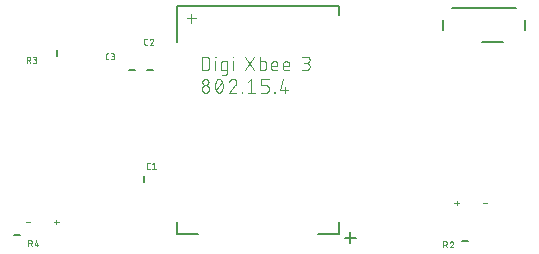
<source format=gbr>
G04 EAGLE Gerber RS-274X export*
G75*
%MOMM*%
%FSLAX34Y34*%
%LPD*%
%INSilkscreen Top*%
%IPPOS*%
%AMOC8*
5,1,8,0,0,1.08239X$1,22.5*%
G01*
%ADD10C,0.127000*%
%ADD11C,0.101600*%
%ADD12C,0.050800*%
%ADD13C,0.203200*%


D10*
X191100Y-7080D02*
X173320Y-7080D01*
X292700Y-7080D02*
X310480Y-7080D01*
X310480Y178341D02*
X310480Y185961D01*
X173320Y185961D01*
X173320Y155481D01*
X173320Y3081D02*
X173320Y-7080D01*
X310480Y-7080D02*
X310480Y3081D01*
D11*
X189237Y175772D02*
X181448Y175772D01*
X185343Y171878D02*
X185343Y179667D01*
X194148Y143543D02*
X194148Y131859D01*
X194148Y143543D02*
X197394Y143543D01*
X197507Y143541D01*
X197620Y143535D01*
X197733Y143525D01*
X197846Y143511D01*
X197958Y143494D01*
X198069Y143472D01*
X198179Y143447D01*
X198289Y143417D01*
X198397Y143384D01*
X198504Y143347D01*
X198610Y143307D01*
X198714Y143262D01*
X198817Y143214D01*
X198918Y143163D01*
X199017Y143108D01*
X199114Y143050D01*
X199209Y142988D01*
X199302Y142923D01*
X199392Y142855D01*
X199480Y142784D01*
X199566Y142709D01*
X199649Y142632D01*
X199729Y142552D01*
X199806Y142469D01*
X199881Y142383D01*
X199952Y142295D01*
X200020Y142205D01*
X200085Y142112D01*
X200147Y142017D01*
X200205Y141920D01*
X200260Y141821D01*
X200311Y141720D01*
X200359Y141617D01*
X200404Y141513D01*
X200444Y141407D01*
X200481Y141300D01*
X200514Y141192D01*
X200544Y141082D01*
X200569Y140972D01*
X200591Y140861D01*
X200608Y140749D01*
X200622Y140636D01*
X200632Y140523D01*
X200638Y140410D01*
X200640Y140297D01*
X200639Y140297D02*
X200639Y135104D01*
X200640Y135104D02*
X200638Y134991D01*
X200632Y134878D01*
X200622Y134765D01*
X200608Y134652D01*
X200591Y134540D01*
X200569Y134429D01*
X200544Y134319D01*
X200514Y134209D01*
X200481Y134101D01*
X200444Y133994D01*
X200404Y133888D01*
X200359Y133784D01*
X200311Y133681D01*
X200260Y133580D01*
X200205Y133481D01*
X200147Y133384D01*
X200085Y133289D01*
X200020Y133196D01*
X199952Y133106D01*
X199881Y133018D01*
X199806Y132932D01*
X199729Y132849D01*
X199649Y132769D01*
X199566Y132692D01*
X199480Y132617D01*
X199392Y132546D01*
X199302Y132478D01*
X199209Y132413D01*
X199114Y132351D01*
X199017Y132293D01*
X198918Y132238D01*
X198817Y132187D01*
X198714Y132139D01*
X198610Y132094D01*
X198504Y132054D01*
X198397Y132017D01*
X198289Y131984D01*
X198179Y131954D01*
X198069Y131929D01*
X197958Y131907D01*
X197846Y131890D01*
X197733Y131876D01*
X197620Y131866D01*
X197507Y131860D01*
X197394Y131858D01*
X197394Y131859D02*
X194148Y131859D01*
X205776Y131859D02*
X205776Y139648D01*
X205451Y142893D02*
X205451Y143543D01*
X206100Y143543D01*
X206100Y142893D01*
X205451Y142893D01*
X212306Y131859D02*
X215552Y131859D01*
X212306Y131859D02*
X212219Y131861D01*
X212131Y131867D01*
X212045Y131877D01*
X211958Y131890D01*
X211873Y131908D01*
X211788Y131929D01*
X211704Y131954D01*
X211622Y131983D01*
X211541Y132016D01*
X211461Y132052D01*
X211383Y132091D01*
X211307Y132135D01*
X211233Y132181D01*
X211162Y132231D01*
X211092Y132284D01*
X211025Y132340D01*
X210961Y132399D01*
X210899Y132461D01*
X210840Y132525D01*
X210784Y132592D01*
X210731Y132662D01*
X210681Y132733D01*
X210635Y132807D01*
X210591Y132883D01*
X210552Y132961D01*
X210516Y133041D01*
X210483Y133122D01*
X210454Y133204D01*
X210429Y133288D01*
X210408Y133373D01*
X210390Y133458D01*
X210377Y133545D01*
X210367Y133631D01*
X210361Y133719D01*
X210359Y133806D01*
X210359Y137701D01*
X210361Y137788D01*
X210367Y137876D01*
X210377Y137962D01*
X210390Y138049D01*
X210408Y138134D01*
X210429Y138219D01*
X210454Y138303D01*
X210483Y138385D01*
X210516Y138466D01*
X210552Y138546D01*
X210591Y138624D01*
X210635Y138700D01*
X210681Y138774D01*
X210731Y138845D01*
X210784Y138915D01*
X210840Y138982D01*
X210899Y139046D01*
X210961Y139108D01*
X211025Y139167D01*
X211092Y139223D01*
X211162Y139276D01*
X211233Y139326D01*
X211307Y139372D01*
X211383Y139416D01*
X211461Y139455D01*
X211541Y139491D01*
X211622Y139524D01*
X211704Y139553D01*
X211788Y139578D01*
X211873Y139599D01*
X211958Y139617D01*
X212045Y139630D01*
X212131Y139640D01*
X212219Y139646D01*
X212306Y139648D01*
X215552Y139648D01*
X215552Y129911D01*
X215550Y129824D01*
X215544Y129736D01*
X215534Y129650D01*
X215521Y129563D01*
X215503Y129478D01*
X215482Y129393D01*
X215457Y129309D01*
X215428Y129227D01*
X215395Y129146D01*
X215359Y129066D01*
X215320Y128988D01*
X215276Y128912D01*
X215230Y128838D01*
X215180Y128767D01*
X215127Y128697D01*
X215071Y128630D01*
X215012Y128566D01*
X214951Y128504D01*
X214886Y128445D01*
X214819Y128389D01*
X214749Y128336D01*
X214678Y128286D01*
X214604Y128240D01*
X214528Y128196D01*
X214450Y128157D01*
X214370Y128121D01*
X214289Y128088D01*
X214207Y128059D01*
X214123Y128034D01*
X214038Y128013D01*
X213953Y127995D01*
X213866Y127982D01*
X213780Y127972D01*
X213692Y127966D01*
X213605Y127964D01*
X211008Y127964D01*
X220634Y131859D02*
X220634Y139648D01*
X220310Y142893D02*
X220310Y143543D01*
X220959Y143543D01*
X220959Y142893D01*
X220310Y142893D01*
X230837Y131859D02*
X238626Y143543D01*
X230837Y143543D02*
X238626Y131859D01*
X243243Y131859D02*
X243243Y143543D01*
X243243Y131859D02*
X246488Y131859D01*
X246575Y131861D01*
X246663Y131867D01*
X246749Y131877D01*
X246836Y131890D01*
X246921Y131908D01*
X247006Y131929D01*
X247090Y131954D01*
X247172Y131983D01*
X247253Y132016D01*
X247333Y132052D01*
X247411Y132091D01*
X247487Y132135D01*
X247561Y132181D01*
X247632Y132231D01*
X247702Y132284D01*
X247769Y132340D01*
X247833Y132399D01*
X247895Y132460D01*
X247954Y132525D01*
X248010Y132592D01*
X248063Y132662D01*
X248113Y132733D01*
X248159Y132807D01*
X248203Y132883D01*
X248242Y132961D01*
X248278Y133041D01*
X248311Y133122D01*
X248340Y133204D01*
X248365Y133288D01*
X248386Y133373D01*
X248404Y133458D01*
X248417Y133545D01*
X248427Y133631D01*
X248433Y133719D01*
X248435Y133806D01*
X248436Y133806D02*
X248436Y137701D01*
X248435Y137701D02*
X248433Y137788D01*
X248427Y137876D01*
X248417Y137962D01*
X248404Y138049D01*
X248386Y138134D01*
X248365Y138219D01*
X248340Y138303D01*
X248311Y138385D01*
X248278Y138466D01*
X248242Y138546D01*
X248203Y138624D01*
X248159Y138700D01*
X248113Y138774D01*
X248063Y138845D01*
X248010Y138915D01*
X247954Y138982D01*
X247895Y139046D01*
X247833Y139108D01*
X247769Y139167D01*
X247702Y139223D01*
X247632Y139276D01*
X247561Y139326D01*
X247487Y139372D01*
X247411Y139416D01*
X247333Y139455D01*
X247253Y139491D01*
X247172Y139524D01*
X247090Y139553D01*
X247006Y139578D01*
X246921Y139599D01*
X246836Y139617D01*
X246749Y139630D01*
X246663Y139640D01*
X246575Y139646D01*
X246488Y139648D01*
X243243Y139648D01*
X255037Y131859D02*
X258283Y131859D01*
X255037Y131859D02*
X254950Y131861D01*
X254862Y131867D01*
X254776Y131877D01*
X254689Y131890D01*
X254604Y131908D01*
X254519Y131929D01*
X254435Y131954D01*
X254353Y131983D01*
X254272Y132016D01*
X254192Y132052D01*
X254114Y132091D01*
X254038Y132135D01*
X253964Y132181D01*
X253893Y132231D01*
X253823Y132284D01*
X253756Y132340D01*
X253692Y132399D01*
X253630Y132461D01*
X253571Y132525D01*
X253515Y132592D01*
X253462Y132662D01*
X253412Y132733D01*
X253366Y132807D01*
X253322Y132883D01*
X253283Y132961D01*
X253247Y133041D01*
X253214Y133122D01*
X253185Y133204D01*
X253160Y133288D01*
X253139Y133373D01*
X253121Y133458D01*
X253108Y133545D01*
X253098Y133631D01*
X253092Y133719D01*
X253090Y133806D01*
X253090Y137051D01*
X253092Y137152D01*
X253098Y137252D01*
X253108Y137352D01*
X253121Y137452D01*
X253139Y137551D01*
X253160Y137650D01*
X253185Y137747D01*
X253214Y137844D01*
X253247Y137939D01*
X253283Y138033D01*
X253323Y138125D01*
X253366Y138216D01*
X253413Y138305D01*
X253463Y138392D01*
X253517Y138478D01*
X253574Y138561D01*
X253634Y138641D01*
X253697Y138720D01*
X253764Y138796D01*
X253833Y138869D01*
X253905Y138939D01*
X253979Y139007D01*
X254056Y139072D01*
X254136Y139133D01*
X254218Y139192D01*
X254302Y139247D01*
X254388Y139299D01*
X254476Y139348D01*
X254566Y139393D01*
X254658Y139435D01*
X254751Y139473D01*
X254846Y139507D01*
X254941Y139538D01*
X255038Y139565D01*
X255136Y139588D01*
X255235Y139608D01*
X255335Y139623D01*
X255435Y139635D01*
X255535Y139643D01*
X255636Y139647D01*
X255736Y139647D01*
X255837Y139643D01*
X255937Y139635D01*
X256037Y139623D01*
X256137Y139608D01*
X256236Y139588D01*
X256334Y139565D01*
X256431Y139538D01*
X256526Y139507D01*
X256621Y139473D01*
X256714Y139435D01*
X256806Y139393D01*
X256896Y139348D01*
X256984Y139299D01*
X257070Y139247D01*
X257154Y139192D01*
X257236Y139133D01*
X257316Y139072D01*
X257393Y139007D01*
X257467Y138939D01*
X257539Y138869D01*
X257608Y138796D01*
X257675Y138720D01*
X257738Y138641D01*
X257798Y138561D01*
X257855Y138478D01*
X257909Y138392D01*
X257959Y138305D01*
X258006Y138216D01*
X258049Y138125D01*
X258089Y138033D01*
X258125Y137939D01*
X258158Y137844D01*
X258187Y137747D01*
X258212Y137650D01*
X258233Y137551D01*
X258251Y137452D01*
X258264Y137352D01*
X258274Y137252D01*
X258280Y137152D01*
X258282Y137051D01*
X258283Y137051D02*
X258283Y135753D01*
X253090Y135753D01*
X264943Y131859D02*
X268189Y131859D01*
X264943Y131859D02*
X264856Y131861D01*
X264768Y131867D01*
X264682Y131877D01*
X264595Y131890D01*
X264510Y131908D01*
X264425Y131929D01*
X264341Y131954D01*
X264259Y131983D01*
X264178Y132016D01*
X264098Y132052D01*
X264020Y132091D01*
X263944Y132135D01*
X263870Y132181D01*
X263799Y132231D01*
X263729Y132284D01*
X263662Y132340D01*
X263598Y132399D01*
X263536Y132461D01*
X263477Y132525D01*
X263421Y132592D01*
X263368Y132662D01*
X263318Y132733D01*
X263272Y132807D01*
X263228Y132883D01*
X263189Y132961D01*
X263153Y133041D01*
X263120Y133122D01*
X263091Y133204D01*
X263066Y133288D01*
X263045Y133373D01*
X263027Y133458D01*
X263014Y133545D01*
X263004Y133631D01*
X262998Y133719D01*
X262996Y133806D01*
X262996Y137051D01*
X262998Y137152D01*
X263004Y137252D01*
X263014Y137352D01*
X263027Y137452D01*
X263045Y137551D01*
X263066Y137650D01*
X263091Y137747D01*
X263120Y137844D01*
X263153Y137939D01*
X263189Y138033D01*
X263229Y138125D01*
X263272Y138216D01*
X263319Y138305D01*
X263369Y138392D01*
X263423Y138478D01*
X263480Y138561D01*
X263540Y138641D01*
X263603Y138720D01*
X263670Y138796D01*
X263739Y138869D01*
X263811Y138939D01*
X263885Y139007D01*
X263962Y139072D01*
X264042Y139133D01*
X264124Y139192D01*
X264208Y139247D01*
X264294Y139299D01*
X264382Y139348D01*
X264472Y139393D01*
X264564Y139435D01*
X264657Y139473D01*
X264752Y139507D01*
X264847Y139538D01*
X264944Y139565D01*
X265042Y139588D01*
X265141Y139608D01*
X265241Y139623D01*
X265341Y139635D01*
X265441Y139643D01*
X265542Y139647D01*
X265642Y139647D01*
X265743Y139643D01*
X265843Y139635D01*
X265943Y139623D01*
X266043Y139608D01*
X266142Y139588D01*
X266240Y139565D01*
X266337Y139538D01*
X266432Y139507D01*
X266527Y139473D01*
X266620Y139435D01*
X266712Y139393D01*
X266802Y139348D01*
X266890Y139299D01*
X266976Y139247D01*
X267060Y139192D01*
X267142Y139133D01*
X267222Y139072D01*
X267299Y139007D01*
X267373Y138939D01*
X267445Y138869D01*
X267514Y138796D01*
X267581Y138720D01*
X267644Y138641D01*
X267704Y138561D01*
X267761Y138478D01*
X267815Y138392D01*
X267865Y138305D01*
X267912Y138216D01*
X267955Y138125D01*
X267995Y138033D01*
X268031Y137939D01*
X268064Y137844D01*
X268093Y137747D01*
X268118Y137650D01*
X268139Y137551D01*
X268157Y137452D01*
X268170Y137352D01*
X268180Y137252D01*
X268186Y137152D01*
X268188Y137051D01*
X268189Y137051D02*
X268189Y135753D01*
X262996Y135753D01*
X279111Y131859D02*
X282356Y131859D01*
X282356Y131858D02*
X282469Y131860D01*
X282582Y131866D01*
X282695Y131876D01*
X282808Y131890D01*
X282920Y131907D01*
X283031Y131929D01*
X283141Y131954D01*
X283251Y131984D01*
X283359Y132017D01*
X283466Y132054D01*
X283572Y132094D01*
X283676Y132139D01*
X283779Y132187D01*
X283880Y132238D01*
X283979Y132293D01*
X284076Y132351D01*
X284171Y132413D01*
X284264Y132478D01*
X284354Y132546D01*
X284442Y132617D01*
X284528Y132692D01*
X284611Y132769D01*
X284691Y132849D01*
X284768Y132932D01*
X284843Y133018D01*
X284914Y133106D01*
X284982Y133196D01*
X285047Y133289D01*
X285109Y133384D01*
X285167Y133481D01*
X285222Y133580D01*
X285273Y133681D01*
X285321Y133784D01*
X285366Y133888D01*
X285406Y133994D01*
X285443Y134101D01*
X285476Y134209D01*
X285506Y134319D01*
X285531Y134429D01*
X285553Y134540D01*
X285570Y134652D01*
X285584Y134765D01*
X285594Y134878D01*
X285600Y134991D01*
X285602Y135104D01*
X285600Y135217D01*
X285594Y135330D01*
X285584Y135443D01*
X285570Y135556D01*
X285553Y135668D01*
X285531Y135779D01*
X285506Y135889D01*
X285476Y135999D01*
X285443Y136107D01*
X285406Y136214D01*
X285366Y136320D01*
X285321Y136424D01*
X285273Y136527D01*
X285222Y136628D01*
X285167Y136727D01*
X285109Y136824D01*
X285047Y136919D01*
X284982Y137012D01*
X284914Y137102D01*
X284843Y137190D01*
X284768Y137276D01*
X284691Y137359D01*
X284611Y137439D01*
X284528Y137516D01*
X284442Y137591D01*
X284354Y137662D01*
X284264Y137730D01*
X284171Y137795D01*
X284076Y137857D01*
X283979Y137915D01*
X283880Y137970D01*
X283779Y138021D01*
X283676Y138069D01*
X283572Y138114D01*
X283466Y138154D01*
X283359Y138191D01*
X283251Y138224D01*
X283141Y138254D01*
X283031Y138279D01*
X282920Y138301D01*
X282808Y138318D01*
X282695Y138332D01*
X282582Y138342D01*
X282469Y138348D01*
X282356Y138350D01*
X283006Y143543D02*
X279111Y143543D01*
X283006Y143542D02*
X283107Y143540D01*
X283207Y143534D01*
X283307Y143524D01*
X283407Y143511D01*
X283506Y143493D01*
X283605Y143472D01*
X283702Y143447D01*
X283799Y143418D01*
X283894Y143385D01*
X283988Y143349D01*
X284080Y143309D01*
X284171Y143266D01*
X284260Y143219D01*
X284347Y143169D01*
X284433Y143115D01*
X284516Y143058D01*
X284596Y142998D01*
X284675Y142935D01*
X284751Y142868D01*
X284824Y142799D01*
X284894Y142727D01*
X284962Y142653D01*
X285027Y142576D01*
X285088Y142496D01*
X285147Y142414D01*
X285202Y142330D01*
X285254Y142244D01*
X285303Y142156D01*
X285348Y142066D01*
X285390Y141974D01*
X285428Y141881D01*
X285462Y141786D01*
X285493Y141691D01*
X285520Y141594D01*
X285543Y141496D01*
X285563Y141397D01*
X285578Y141297D01*
X285590Y141197D01*
X285598Y141097D01*
X285602Y140996D01*
X285602Y140896D01*
X285598Y140795D01*
X285590Y140695D01*
X285578Y140595D01*
X285563Y140495D01*
X285543Y140396D01*
X285520Y140298D01*
X285493Y140201D01*
X285462Y140106D01*
X285428Y140011D01*
X285390Y139918D01*
X285348Y139826D01*
X285303Y139736D01*
X285254Y139648D01*
X285202Y139562D01*
X285147Y139478D01*
X285088Y139396D01*
X285027Y139316D01*
X284962Y139239D01*
X284894Y139165D01*
X284824Y139093D01*
X284751Y139024D01*
X284675Y138957D01*
X284596Y138894D01*
X284516Y138834D01*
X284433Y138777D01*
X284347Y138723D01*
X284260Y138673D01*
X284171Y138626D01*
X284080Y138583D01*
X283988Y138543D01*
X283894Y138507D01*
X283799Y138474D01*
X283702Y138445D01*
X283605Y138420D01*
X283506Y138399D01*
X283407Y138381D01*
X283307Y138368D01*
X283207Y138358D01*
X283107Y138352D01*
X283006Y138350D01*
X280409Y138350D01*
X200640Y116054D02*
X200638Y116167D01*
X200632Y116280D01*
X200622Y116393D01*
X200608Y116506D01*
X200591Y116618D01*
X200569Y116729D01*
X200544Y116839D01*
X200514Y116949D01*
X200481Y117057D01*
X200444Y117164D01*
X200404Y117270D01*
X200359Y117374D01*
X200311Y117477D01*
X200260Y117578D01*
X200205Y117677D01*
X200147Y117774D01*
X200085Y117869D01*
X200020Y117962D01*
X199952Y118052D01*
X199881Y118140D01*
X199806Y118226D01*
X199729Y118309D01*
X199649Y118389D01*
X199566Y118466D01*
X199480Y118541D01*
X199392Y118612D01*
X199302Y118680D01*
X199209Y118745D01*
X199114Y118807D01*
X199017Y118865D01*
X198918Y118920D01*
X198817Y118971D01*
X198714Y119019D01*
X198610Y119064D01*
X198504Y119104D01*
X198397Y119141D01*
X198289Y119174D01*
X198179Y119204D01*
X198069Y119229D01*
X197958Y119251D01*
X197846Y119268D01*
X197733Y119282D01*
X197620Y119292D01*
X197507Y119298D01*
X197394Y119300D01*
X197281Y119298D01*
X197168Y119292D01*
X197055Y119282D01*
X196942Y119268D01*
X196830Y119251D01*
X196719Y119229D01*
X196609Y119204D01*
X196499Y119174D01*
X196391Y119141D01*
X196284Y119104D01*
X196178Y119064D01*
X196074Y119019D01*
X195971Y118971D01*
X195870Y118920D01*
X195771Y118865D01*
X195674Y118807D01*
X195579Y118745D01*
X195486Y118680D01*
X195396Y118612D01*
X195308Y118541D01*
X195222Y118466D01*
X195139Y118389D01*
X195059Y118309D01*
X194982Y118226D01*
X194907Y118140D01*
X194836Y118052D01*
X194768Y117962D01*
X194703Y117869D01*
X194641Y117774D01*
X194583Y117677D01*
X194528Y117578D01*
X194477Y117477D01*
X194429Y117374D01*
X194384Y117270D01*
X194344Y117164D01*
X194307Y117057D01*
X194274Y116949D01*
X194244Y116839D01*
X194219Y116729D01*
X194197Y116618D01*
X194180Y116506D01*
X194166Y116393D01*
X194156Y116280D01*
X194150Y116167D01*
X194148Y116054D01*
X194150Y115941D01*
X194156Y115828D01*
X194166Y115715D01*
X194180Y115602D01*
X194197Y115490D01*
X194219Y115379D01*
X194244Y115269D01*
X194274Y115159D01*
X194307Y115051D01*
X194344Y114944D01*
X194384Y114838D01*
X194429Y114734D01*
X194477Y114631D01*
X194528Y114530D01*
X194583Y114431D01*
X194641Y114334D01*
X194703Y114239D01*
X194768Y114146D01*
X194836Y114056D01*
X194907Y113968D01*
X194982Y113882D01*
X195059Y113799D01*
X195139Y113719D01*
X195222Y113642D01*
X195308Y113567D01*
X195396Y113496D01*
X195486Y113428D01*
X195579Y113363D01*
X195674Y113301D01*
X195771Y113243D01*
X195870Y113188D01*
X195971Y113137D01*
X196074Y113089D01*
X196178Y113044D01*
X196284Y113004D01*
X196391Y112967D01*
X196499Y112934D01*
X196609Y112904D01*
X196719Y112879D01*
X196830Y112857D01*
X196942Y112840D01*
X197055Y112826D01*
X197168Y112816D01*
X197281Y112810D01*
X197394Y112808D01*
X197507Y112810D01*
X197620Y112816D01*
X197733Y112826D01*
X197846Y112840D01*
X197958Y112857D01*
X198069Y112879D01*
X198179Y112904D01*
X198289Y112934D01*
X198397Y112967D01*
X198504Y113004D01*
X198610Y113044D01*
X198714Y113089D01*
X198817Y113137D01*
X198918Y113188D01*
X199017Y113243D01*
X199114Y113301D01*
X199209Y113363D01*
X199302Y113428D01*
X199392Y113496D01*
X199480Y113567D01*
X199566Y113642D01*
X199649Y113719D01*
X199729Y113799D01*
X199806Y113882D01*
X199881Y113968D01*
X199952Y114056D01*
X200020Y114146D01*
X200085Y114239D01*
X200147Y114334D01*
X200205Y114431D01*
X200260Y114530D01*
X200311Y114631D01*
X200359Y114734D01*
X200404Y114838D01*
X200444Y114944D01*
X200481Y115051D01*
X200514Y115159D01*
X200544Y115269D01*
X200569Y115379D01*
X200591Y115490D01*
X200608Y115602D01*
X200622Y115715D01*
X200632Y115828D01*
X200638Y115941D01*
X200640Y116054D01*
X199990Y121896D02*
X199988Y121997D01*
X199982Y122097D01*
X199972Y122197D01*
X199959Y122297D01*
X199941Y122396D01*
X199920Y122495D01*
X199895Y122592D01*
X199866Y122689D01*
X199833Y122784D01*
X199797Y122878D01*
X199757Y122970D01*
X199714Y123061D01*
X199667Y123150D01*
X199617Y123237D01*
X199563Y123323D01*
X199506Y123406D01*
X199446Y123486D01*
X199383Y123565D01*
X199316Y123641D01*
X199247Y123714D01*
X199175Y123784D01*
X199101Y123852D01*
X199024Y123917D01*
X198944Y123978D01*
X198862Y124037D01*
X198778Y124092D01*
X198692Y124144D01*
X198604Y124193D01*
X198514Y124238D01*
X198422Y124280D01*
X198329Y124318D01*
X198234Y124352D01*
X198139Y124383D01*
X198042Y124410D01*
X197944Y124433D01*
X197845Y124453D01*
X197745Y124468D01*
X197645Y124480D01*
X197545Y124488D01*
X197444Y124492D01*
X197344Y124492D01*
X197243Y124488D01*
X197143Y124480D01*
X197043Y124468D01*
X196943Y124453D01*
X196844Y124433D01*
X196746Y124410D01*
X196649Y124383D01*
X196554Y124352D01*
X196459Y124318D01*
X196366Y124280D01*
X196274Y124238D01*
X196184Y124193D01*
X196096Y124144D01*
X196010Y124092D01*
X195926Y124037D01*
X195844Y123978D01*
X195764Y123917D01*
X195687Y123852D01*
X195613Y123784D01*
X195541Y123714D01*
X195472Y123641D01*
X195405Y123565D01*
X195342Y123486D01*
X195282Y123406D01*
X195225Y123323D01*
X195171Y123237D01*
X195121Y123150D01*
X195074Y123061D01*
X195031Y122970D01*
X194991Y122878D01*
X194955Y122784D01*
X194922Y122689D01*
X194893Y122592D01*
X194868Y122495D01*
X194847Y122396D01*
X194829Y122297D01*
X194816Y122197D01*
X194806Y122097D01*
X194800Y121997D01*
X194798Y121896D01*
X194800Y121795D01*
X194806Y121695D01*
X194816Y121595D01*
X194829Y121495D01*
X194847Y121396D01*
X194868Y121297D01*
X194893Y121200D01*
X194922Y121103D01*
X194955Y121008D01*
X194991Y120914D01*
X195031Y120822D01*
X195074Y120731D01*
X195121Y120642D01*
X195171Y120555D01*
X195225Y120469D01*
X195282Y120386D01*
X195342Y120306D01*
X195405Y120227D01*
X195472Y120151D01*
X195541Y120078D01*
X195613Y120008D01*
X195687Y119940D01*
X195764Y119875D01*
X195844Y119814D01*
X195926Y119755D01*
X196010Y119700D01*
X196096Y119648D01*
X196184Y119599D01*
X196274Y119554D01*
X196366Y119512D01*
X196459Y119474D01*
X196554Y119440D01*
X196649Y119409D01*
X196746Y119382D01*
X196844Y119359D01*
X196943Y119339D01*
X197043Y119324D01*
X197143Y119312D01*
X197243Y119304D01*
X197344Y119300D01*
X197444Y119300D01*
X197545Y119304D01*
X197645Y119312D01*
X197745Y119324D01*
X197845Y119339D01*
X197944Y119359D01*
X198042Y119382D01*
X198139Y119409D01*
X198234Y119440D01*
X198329Y119474D01*
X198422Y119512D01*
X198514Y119554D01*
X198604Y119599D01*
X198692Y119648D01*
X198778Y119700D01*
X198862Y119755D01*
X198944Y119814D01*
X199024Y119875D01*
X199101Y119940D01*
X199175Y120008D01*
X199247Y120078D01*
X199316Y120151D01*
X199383Y120227D01*
X199446Y120306D01*
X199506Y120386D01*
X199563Y120469D01*
X199617Y120555D01*
X199667Y120642D01*
X199714Y120731D01*
X199757Y120822D01*
X199797Y120914D01*
X199833Y121008D01*
X199866Y121103D01*
X199895Y121200D01*
X199920Y121297D01*
X199941Y121396D01*
X199959Y121495D01*
X199972Y121595D01*
X199982Y121695D01*
X199988Y121795D01*
X199990Y121896D01*
X205578Y118651D02*
X205581Y118881D01*
X205589Y119111D01*
X205603Y119340D01*
X205622Y119569D01*
X205647Y119798D01*
X205677Y120025D01*
X205712Y120253D01*
X205753Y120479D01*
X205799Y120704D01*
X205851Y120928D01*
X205908Y121150D01*
X205970Y121372D01*
X206038Y121591D01*
X206111Y121809D01*
X206189Y122026D01*
X206272Y122240D01*
X206360Y122452D01*
X206453Y122662D01*
X206552Y122870D01*
X206585Y122960D01*
X206621Y123049D01*
X206661Y123137D01*
X206705Y123222D01*
X206752Y123306D01*
X206802Y123388D01*
X206856Y123468D01*
X206912Y123545D01*
X206972Y123621D01*
X207035Y123694D01*
X207100Y123764D01*
X207169Y123832D01*
X207240Y123896D01*
X207313Y123958D01*
X207389Y124017D01*
X207467Y124073D01*
X207548Y124126D01*
X207630Y124175D01*
X207714Y124221D01*
X207801Y124264D01*
X207888Y124303D01*
X207978Y124339D01*
X208068Y124371D01*
X208160Y124399D01*
X208253Y124424D01*
X208347Y124445D01*
X208441Y124462D01*
X208536Y124476D01*
X208632Y124485D01*
X208728Y124491D01*
X208824Y124493D01*
X208920Y124491D01*
X209016Y124485D01*
X209112Y124476D01*
X209207Y124462D01*
X209301Y124445D01*
X209395Y124424D01*
X209488Y124399D01*
X209580Y124371D01*
X209670Y124339D01*
X209760Y124303D01*
X209847Y124264D01*
X209934Y124221D01*
X210018Y124175D01*
X210100Y124126D01*
X210181Y124073D01*
X210259Y124017D01*
X210335Y123958D01*
X210408Y123896D01*
X210479Y123832D01*
X210548Y123764D01*
X210613Y123694D01*
X210676Y123621D01*
X210736Y123545D01*
X210792Y123468D01*
X210846Y123388D01*
X210896Y123306D01*
X210943Y123222D01*
X210987Y123137D01*
X211027Y123049D01*
X211063Y122960D01*
X211096Y122870D01*
X211195Y122663D01*
X211288Y122453D01*
X211376Y122240D01*
X211459Y122026D01*
X211537Y121810D01*
X211610Y121592D01*
X211678Y121372D01*
X211740Y121151D01*
X211797Y120928D01*
X211849Y120704D01*
X211895Y120479D01*
X211936Y120253D01*
X211971Y120026D01*
X212001Y119798D01*
X212026Y119569D01*
X212045Y119340D01*
X212059Y119111D01*
X212067Y118881D01*
X212070Y118651D01*
X205578Y118651D02*
X205581Y118421D01*
X205589Y118191D01*
X205603Y117962D01*
X205622Y117733D01*
X205647Y117504D01*
X205677Y117276D01*
X205712Y117049D01*
X205753Y116823D01*
X205799Y116598D01*
X205851Y116374D01*
X205908Y116151D01*
X205970Y115930D01*
X206038Y115710D01*
X206111Y115492D01*
X206189Y115276D01*
X206272Y115062D01*
X206360Y114850D01*
X206453Y114639D01*
X206552Y114432D01*
X206552Y114431D02*
X206585Y114341D01*
X206621Y114252D01*
X206662Y114164D01*
X206705Y114079D01*
X206752Y113995D01*
X206802Y113913D01*
X206856Y113833D01*
X206912Y113756D01*
X206972Y113680D01*
X207035Y113607D01*
X207100Y113537D01*
X207169Y113469D01*
X207240Y113405D01*
X207313Y113343D01*
X207389Y113284D01*
X207467Y113228D01*
X207548Y113175D01*
X207630Y113126D01*
X207714Y113080D01*
X207801Y113037D01*
X207888Y112998D01*
X207978Y112962D01*
X208068Y112930D01*
X208160Y112902D01*
X208253Y112877D01*
X208347Y112856D01*
X208441Y112839D01*
X208536Y112825D01*
X208632Y112816D01*
X208728Y112810D01*
X208824Y112808D01*
X211095Y114432D02*
X211194Y114639D01*
X211287Y114850D01*
X211375Y115062D01*
X211458Y115276D01*
X211536Y115492D01*
X211609Y115710D01*
X211677Y115930D01*
X211739Y116151D01*
X211796Y116374D01*
X211848Y116598D01*
X211894Y116823D01*
X211935Y117049D01*
X211970Y117276D01*
X212000Y117504D01*
X212025Y117733D01*
X212044Y117962D01*
X212058Y118191D01*
X212066Y118421D01*
X212069Y118651D01*
X211096Y114431D02*
X211063Y114341D01*
X211027Y114252D01*
X210987Y114164D01*
X210943Y114079D01*
X210896Y113995D01*
X210846Y113913D01*
X210792Y113833D01*
X210736Y113756D01*
X210676Y113680D01*
X210613Y113607D01*
X210548Y113537D01*
X210479Y113469D01*
X210408Y113405D01*
X210335Y113343D01*
X210259Y113284D01*
X210181Y113228D01*
X210100Y113175D01*
X210018Y113126D01*
X209934Y113080D01*
X209847Y113037D01*
X209760Y112998D01*
X209670Y112962D01*
X209580Y112930D01*
X209488Y112902D01*
X209395Y112877D01*
X209301Y112856D01*
X209207Y112839D01*
X209112Y112825D01*
X209016Y112816D01*
X208920Y112810D01*
X208824Y112808D01*
X206227Y115405D02*
X211420Y121896D01*
X220578Y124493D02*
X220685Y124491D01*
X220791Y124485D01*
X220897Y124475D01*
X221003Y124462D01*
X221109Y124444D01*
X221213Y124423D01*
X221317Y124398D01*
X221420Y124369D01*
X221521Y124337D01*
X221621Y124300D01*
X221720Y124260D01*
X221818Y124217D01*
X221914Y124170D01*
X222008Y124119D01*
X222100Y124065D01*
X222190Y124008D01*
X222278Y123948D01*
X222363Y123884D01*
X222446Y123817D01*
X222527Y123747D01*
X222605Y123675D01*
X222681Y123599D01*
X222753Y123521D01*
X222823Y123440D01*
X222890Y123357D01*
X222954Y123272D01*
X223014Y123184D01*
X223071Y123094D01*
X223125Y123002D01*
X223176Y122908D01*
X223223Y122812D01*
X223266Y122714D01*
X223306Y122615D01*
X223343Y122515D01*
X223375Y122414D01*
X223404Y122311D01*
X223429Y122207D01*
X223450Y122103D01*
X223468Y121997D01*
X223481Y121891D01*
X223491Y121785D01*
X223497Y121679D01*
X223499Y121572D01*
X220578Y124493D02*
X220457Y124491D01*
X220336Y124485D01*
X220216Y124475D01*
X220095Y124462D01*
X219976Y124444D01*
X219856Y124423D01*
X219738Y124398D01*
X219621Y124369D01*
X219504Y124336D01*
X219389Y124300D01*
X219275Y124259D01*
X219162Y124216D01*
X219050Y124168D01*
X218941Y124117D01*
X218833Y124062D01*
X218726Y124004D01*
X218622Y123943D01*
X218520Y123878D01*
X218420Y123810D01*
X218322Y123739D01*
X218226Y123665D01*
X218133Y123588D01*
X218043Y123507D01*
X217955Y123424D01*
X217870Y123338D01*
X217787Y123249D01*
X217708Y123158D01*
X217631Y123064D01*
X217558Y122968D01*
X217488Y122870D01*
X217421Y122769D01*
X217357Y122666D01*
X217297Y122561D01*
X217240Y122454D01*
X217186Y122346D01*
X217136Y122236D01*
X217090Y122124D01*
X217047Y122011D01*
X217008Y121896D01*
X222526Y119300D02*
X222605Y119377D01*
X222681Y119458D01*
X222754Y119541D01*
X222824Y119626D01*
X222891Y119714D01*
X222955Y119804D01*
X223015Y119896D01*
X223072Y119991D01*
X223126Y120087D01*
X223177Y120185D01*
X223224Y120285D01*
X223268Y120387D01*
X223308Y120490D01*
X223344Y120594D01*
X223376Y120700D01*
X223405Y120806D01*
X223430Y120914D01*
X223452Y121022D01*
X223469Y121132D01*
X223483Y121241D01*
X223492Y121351D01*
X223498Y121462D01*
X223500Y121572D01*
X222525Y119300D02*
X217008Y112809D01*
X223499Y112809D01*
X227930Y112809D02*
X227930Y113458D01*
X228579Y113458D01*
X228579Y112809D01*
X227930Y112809D01*
X233010Y121896D02*
X236255Y124493D01*
X236255Y112809D01*
X233010Y112809D02*
X239501Y112809D01*
X244440Y112809D02*
X248335Y112809D01*
X248434Y112811D01*
X248534Y112817D01*
X248633Y112826D01*
X248731Y112839D01*
X248829Y112856D01*
X248927Y112877D01*
X249023Y112902D01*
X249118Y112930D01*
X249212Y112962D01*
X249305Y112997D01*
X249397Y113036D01*
X249487Y113079D01*
X249575Y113124D01*
X249662Y113174D01*
X249746Y113226D01*
X249829Y113282D01*
X249909Y113340D01*
X249987Y113402D01*
X250062Y113467D01*
X250135Y113535D01*
X250205Y113605D01*
X250273Y113678D01*
X250338Y113753D01*
X250400Y113831D01*
X250458Y113911D01*
X250514Y113994D01*
X250566Y114078D01*
X250616Y114165D01*
X250661Y114253D01*
X250704Y114343D01*
X250743Y114435D01*
X250778Y114528D01*
X250810Y114622D01*
X250838Y114717D01*
X250863Y114813D01*
X250884Y114911D01*
X250901Y115009D01*
X250914Y115107D01*
X250923Y115206D01*
X250929Y115306D01*
X250931Y115405D01*
X250931Y116703D01*
X250929Y116802D01*
X250923Y116902D01*
X250914Y117001D01*
X250901Y117099D01*
X250884Y117197D01*
X250863Y117295D01*
X250838Y117391D01*
X250810Y117486D01*
X250778Y117580D01*
X250743Y117673D01*
X250704Y117765D01*
X250661Y117855D01*
X250616Y117943D01*
X250566Y118030D01*
X250514Y118114D01*
X250458Y118197D01*
X250400Y118277D01*
X250338Y118355D01*
X250273Y118430D01*
X250205Y118503D01*
X250135Y118573D01*
X250062Y118641D01*
X249987Y118706D01*
X249909Y118768D01*
X249829Y118826D01*
X249746Y118882D01*
X249662Y118934D01*
X249575Y118984D01*
X249487Y119029D01*
X249397Y119072D01*
X249305Y119111D01*
X249212Y119146D01*
X249118Y119178D01*
X249023Y119206D01*
X248927Y119231D01*
X248829Y119252D01*
X248731Y119269D01*
X248633Y119282D01*
X248534Y119291D01*
X248434Y119297D01*
X248335Y119299D01*
X248335Y119300D02*
X244440Y119300D01*
X244440Y124493D01*
X250931Y124493D01*
X255362Y113458D02*
X255362Y112809D01*
X255362Y113458D02*
X256011Y113458D01*
X256011Y112809D01*
X255362Y112809D01*
X260442Y115405D02*
X263038Y124493D01*
X260442Y115405D02*
X266933Y115405D01*
X264986Y118001D02*
X264986Y112809D01*
D12*
X408084Y19446D02*
X411979Y19446D01*
X410031Y17499D02*
X410031Y21393D01*
X432214Y19347D02*
X435939Y19347D01*
X73116Y3386D02*
X69221Y3386D01*
X71169Y1439D02*
X71169Y5333D01*
X48986Y3541D02*
X45261Y3541D01*
D13*
X414570Y-12790D02*
X419650Y-12790D01*
D11*
X398743Y-12912D02*
X398743Y-17992D01*
X398743Y-12912D02*
X400154Y-12912D01*
X400228Y-12914D01*
X400301Y-12920D01*
X400375Y-12929D01*
X400447Y-12943D01*
X400519Y-12960D01*
X400590Y-12981D01*
X400660Y-13006D01*
X400728Y-13034D01*
X400795Y-13066D01*
X400860Y-13101D01*
X400922Y-13140D01*
X400983Y-13181D01*
X401042Y-13226D01*
X401098Y-13274D01*
X401152Y-13325D01*
X401203Y-13379D01*
X401251Y-13435D01*
X401296Y-13494D01*
X401337Y-13555D01*
X401376Y-13617D01*
X401411Y-13682D01*
X401443Y-13749D01*
X401471Y-13817D01*
X401496Y-13887D01*
X401517Y-13958D01*
X401534Y-14030D01*
X401548Y-14102D01*
X401557Y-14176D01*
X401563Y-14249D01*
X401565Y-14323D01*
X401563Y-14397D01*
X401557Y-14470D01*
X401548Y-14544D01*
X401534Y-14616D01*
X401517Y-14688D01*
X401496Y-14759D01*
X401471Y-14829D01*
X401443Y-14897D01*
X401411Y-14964D01*
X401376Y-15028D01*
X401337Y-15091D01*
X401296Y-15152D01*
X401251Y-15211D01*
X401203Y-15267D01*
X401152Y-15321D01*
X401098Y-15372D01*
X401042Y-15420D01*
X400983Y-15465D01*
X400922Y-15506D01*
X400860Y-15545D01*
X400795Y-15580D01*
X400728Y-15612D01*
X400660Y-15640D01*
X400590Y-15665D01*
X400519Y-15686D01*
X400447Y-15703D01*
X400375Y-15717D01*
X400301Y-15726D01*
X400228Y-15732D01*
X400154Y-15734D01*
X398743Y-15734D01*
X400436Y-15734D02*
X401565Y-17992D01*
X405727Y-12912D02*
X405796Y-12914D01*
X405864Y-12919D01*
X405932Y-12929D01*
X406000Y-12942D01*
X406067Y-12958D01*
X406133Y-12978D01*
X406197Y-13002D01*
X406260Y-13029D01*
X406322Y-13060D01*
X406382Y-13094D01*
X406440Y-13131D01*
X406496Y-13171D01*
X406549Y-13214D01*
X406600Y-13260D01*
X406649Y-13309D01*
X406695Y-13360D01*
X406738Y-13413D01*
X406778Y-13469D01*
X406815Y-13527D01*
X406849Y-13587D01*
X406880Y-13649D01*
X406907Y-13712D01*
X406931Y-13776D01*
X406951Y-13842D01*
X406967Y-13909D01*
X406980Y-13977D01*
X406990Y-14045D01*
X406995Y-14113D01*
X406997Y-14182D01*
X405727Y-12912D02*
X405648Y-12914D01*
X405569Y-12920D01*
X405491Y-12929D01*
X405413Y-12942D01*
X405336Y-12959D01*
X405260Y-12980D01*
X405185Y-13005D01*
X405111Y-13033D01*
X405039Y-13064D01*
X404968Y-13099D01*
X404899Y-13138D01*
X404832Y-13179D01*
X404767Y-13224D01*
X404704Y-13272D01*
X404644Y-13323D01*
X404586Y-13377D01*
X404531Y-13433D01*
X404479Y-13492D01*
X404430Y-13554D01*
X404383Y-13618D01*
X404340Y-13684D01*
X404300Y-13752D01*
X404263Y-13822D01*
X404230Y-13894D01*
X404201Y-13967D01*
X404174Y-14041D01*
X406574Y-15170D02*
X406622Y-15121D01*
X406669Y-15070D01*
X406712Y-15016D01*
X406753Y-14960D01*
X406791Y-14903D01*
X406826Y-14843D01*
X406858Y-14782D01*
X406887Y-14719D01*
X406912Y-14655D01*
X406935Y-14590D01*
X406954Y-14524D01*
X406969Y-14456D01*
X406981Y-14388D01*
X406990Y-14320D01*
X406995Y-14251D01*
X406997Y-14182D01*
X406574Y-15170D02*
X404175Y-17992D01*
X406997Y-17992D01*
D13*
X71970Y143890D02*
X71970Y148970D01*
D11*
X46063Y143382D02*
X46063Y138302D01*
X46063Y143382D02*
X47474Y143382D01*
X47548Y143380D01*
X47621Y143374D01*
X47695Y143365D01*
X47767Y143351D01*
X47839Y143334D01*
X47910Y143313D01*
X47980Y143288D01*
X48048Y143260D01*
X48115Y143228D01*
X48179Y143193D01*
X48242Y143154D01*
X48303Y143113D01*
X48362Y143068D01*
X48418Y143020D01*
X48472Y142969D01*
X48523Y142915D01*
X48571Y142859D01*
X48616Y142800D01*
X48657Y142739D01*
X48696Y142677D01*
X48731Y142612D01*
X48763Y142545D01*
X48791Y142477D01*
X48816Y142407D01*
X48837Y142336D01*
X48854Y142264D01*
X48868Y142192D01*
X48877Y142118D01*
X48883Y142045D01*
X48885Y141971D01*
X48883Y141897D01*
X48877Y141824D01*
X48868Y141750D01*
X48854Y141678D01*
X48837Y141606D01*
X48816Y141535D01*
X48791Y141465D01*
X48763Y141397D01*
X48731Y141330D01*
X48696Y141266D01*
X48657Y141203D01*
X48616Y141142D01*
X48571Y141083D01*
X48523Y141027D01*
X48472Y140973D01*
X48418Y140922D01*
X48362Y140874D01*
X48303Y140829D01*
X48242Y140788D01*
X48180Y140749D01*
X48115Y140714D01*
X48048Y140682D01*
X47980Y140654D01*
X47910Y140629D01*
X47839Y140608D01*
X47767Y140591D01*
X47695Y140577D01*
X47621Y140568D01*
X47548Y140562D01*
X47474Y140560D01*
X46063Y140560D01*
X47756Y140560D02*
X48885Y138302D01*
X51495Y138302D02*
X52906Y138302D01*
X52980Y138304D01*
X53053Y138310D01*
X53127Y138319D01*
X53199Y138333D01*
X53271Y138350D01*
X53342Y138371D01*
X53412Y138396D01*
X53480Y138424D01*
X53547Y138456D01*
X53612Y138491D01*
X53674Y138530D01*
X53735Y138571D01*
X53794Y138616D01*
X53850Y138664D01*
X53904Y138715D01*
X53955Y138769D01*
X54003Y138825D01*
X54048Y138884D01*
X54089Y138945D01*
X54128Y139008D01*
X54163Y139072D01*
X54195Y139139D01*
X54223Y139207D01*
X54248Y139277D01*
X54269Y139348D01*
X54286Y139420D01*
X54300Y139492D01*
X54309Y139566D01*
X54315Y139639D01*
X54317Y139713D01*
X54315Y139787D01*
X54309Y139860D01*
X54300Y139934D01*
X54286Y140006D01*
X54269Y140078D01*
X54248Y140149D01*
X54223Y140219D01*
X54195Y140287D01*
X54163Y140354D01*
X54128Y140419D01*
X54089Y140481D01*
X54048Y140542D01*
X54003Y140601D01*
X53955Y140657D01*
X53904Y140711D01*
X53850Y140762D01*
X53794Y140810D01*
X53735Y140855D01*
X53674Y140896D01*
X53611Y140935D01*
X53547Y140970D01*
X53480Y141002D01*
X53412Y141030D01*
X53342Y141055D01*
X53271Y141076D01*
X53199Y141093D01*
X53127Y141107D01*
X53053Y141116D01*
X52980Y141122D01*
X52906Y141124D01*
X53188Y143382D02*
X51495Y143382D01*
X53188Y143382D02*
X53254Y143380D01*
X53319Y143374D01*
X53384Y143365D01*
X53448Y143352D01*
X53512Y143335D01*
X53574Y143314D01*
X53635Y143290D01*
X53695Y143262D01*
X53752Y143231D01*
X53808Y143196D01*
X53862Y143159D01*
X53914Y143118D01*
X53963Y143074D01*
X54009Y143028D01*
X54053Y142979D01*
X54094Y142927D01*
X54131Y142873D01*
X54166Y142818D01*
X54197Y142760D01*
X54225Y142700D01*
X54249Y142639D01*
X54270Y142577D01*
X54287Y142513D01*
X54300Y142449D01*
X54309Y142384D01*
X54315Y142319D01*
X54317Y142253D01*
X54315Y142187D01*
X54309Y142122D01*
X54300Y142057D01*
X54287Y141993D01*
X54270Y141929D01*
X54249Y141867D01*
X54225Y141806D01*
X54197Y141746D01*
X54166Y141689D01*
X54131Y141633D01*
X54094Y141579D01*
X54053Y141527D01*
X54009Y141478D01*
X53963Y141432D01*
X53914Y141388D01*
X53862Y141347D01*
X53808Y141310D01*
X53753Y141275D01*
X53695Y141244D01*
X53635Y141216D01*
X53574Y141192D01*
X53512Y141171D01*
X53448Y141154D01*
X53384Y141141D01*
X53319Y141132D01*
X53254Y141126D01*
X53188Y141124D01*
X52059Y141124D01*
D13*
X40400Y-7970D02*
X35320Y-7970D01*
D11*
X47468Y-11861D02*
X47468Y-16941D01*
X47468Y-11861D02*
X48879Y-11861D01*
X48953Y-11863D01*
X49026Y-11869D01*
X49100Y-11878D01*
X49172Y-11892D01*
X49244Y-11909D01*
X49315Y-11930D01*
X49385Y-11955D01*
X49453Y-11983D01*
X49520Y-12015D01*
X49584Y-12050D01*
X49647Y-12089D01*
X49708Y-12130D01*
X49767Y-12175D01*
X49823Y-12223D01*
X49877Y-12274D01*
X49928Y-12328D01*
X49976Y-12384D01*
X50021Y-12443D01*
X50062Y-12504D01*
X50101Y-12566D01*
X50136Y-12631D01*
X50168Y-12698D01*
X50196Y-12766D01*
X50221Y-12836D01*
X50242Y-12907D01*
X50259Y-12979D01*
X50273Y-13051D01*
X50282Y-13125D01*
X50288Y-13198D01*
X50290Y-13272D01*
X50288Y-13346D01*
X50282Y-13419D01*
X50273Y-13493D01*
X50259Y-13565D01*
X50242Y-13637D01*
X50221Y-13708D01*
X50196Y-13778D01*
X50168Y-13846D01*
X50136Y-13913D01*
X50101Y-13977D01*
X50062Y-14040D01*
X50021Y-14101D01*
X49976Y-14160D01*
X49928Y-14216D01*
X49877Y-14270D01*
X49823Y-14321D01*
X49767Y-14369D01*
X49708Y-14414D01*
X49647Y-14455D01*
X49585Y-14494D01*
X49520Y-14529D01*
X49453Y-14561D01*
X49385Y-14589D01*
X49315Y-14614D01*
X49244Y-14635D01*
X49172Y-14652D01*
X49100Y-14666D01*
X49026Y-14675D01*
X48953Y-14681D01*
X48879Y-14683D01*
X47468Y-14683D01*
X49161Y-14683D02*
X50290Y-16941D01*
X52900Y-15812D02*
X54029Y-11861D01*
X52900Y-15812D02*
X55722Y-15812D01*
X54875Y-14683D02*
X54875Y-16941D01*
D13*
X132940Y132040D02*
X138020Y132040D01*
D11*
X115201Y141068D02*
X114072Y141068D01*
X114006Y141070D01*
X113941Y141076D01*
X113876Y141085D01*
X113812Y141098D01*
X113748Y141115D01*
X113686Y141136D01*
X113625Y141160D01*
X113565Y141188D01*
X113508Y141219D01*
X113452Y141254D01*
X113398Y141291D01*
X113346Y141332D01*
X113297Y141376D01*
X113251Y141422D01*
X113207Y141471D01*
X113166Y141523D01*
X113129Y141577D01*
X113094Y141633D01*
X113063Y141690D01*
X113035Y141750D01*
X113011Y141811D01*
X112990Y141873D01*
X112973Y141937D01*
X112960Y142001D01*
X112951Y142066D01*
X112945Y142131D01*
X112943Y142197D01*
X112943Y145019D01*
X112945Y145085D01*
X112951Y145150D01*
X112960Y145215D01*
X112973Y145279D01*
X112990Y145343D01*
X113011Y145405D01*
X113035Y145466D01*
X113063Y145526D01*
X113094Y145583D01*
X113129Y145639D01*
X113166Y145693D01*
X113207Y145745D01*
X113251Y145794D01*
X113297Y145840D01*
X113346Y145884D01*
X113398Y145925D01*
X113452Y145962D01*
X113507Y145997D01*
X113565Y146028D01*
X113625Y146056D01*
X113686Y146080D01*
X113748Y146101D01*
X113812Y146118D01*
X113876Y146131D01*
X113941Y146140D01*
X114006Y146146D01*
X114072Y146148D01*
X115201Y146148D01*
X117540Y141068D02*
X118951Y141068D01*
X119025Y141070D01*
X119098Y141076D01*
X119172Y141085D01*
X119244Y141099D01*
X119316Y141116D01*
X119387Y141137D01*
X119457Y141162D01*
X119525Y141190D01*
X119592Y141222D01*
X119657Y141257D01*
X119719Y141296D01*
X119780Y141337D01*
X119839Y141382D01*
X119895Y141430D01*
X119949Y141481D01*
X120000Y141535D01*
X120048Y141591D01*
X120093Y141650D01*
X120134Y141711D01*
X120173Y141774D01*
X120208Y141838D01*
X120240Y141905D01*
X120268Y141973D01*
X120293Y142043D01*
X120314Y142114D01*
X120331Y142186D01*
X120345Y142258D01*
X120354Y142332D01*
X120360Y142405D01*
X120362Y142479D01*
X120360Y142553D01*
X120354Y142626D01*
X120345Y142700D01*
X120331Y142772D01*
X120314Y142844D01*
X120293Y142915D01*
X120268Y142985D01*
X120240Y143053D01*
X120208Y143120D01*
X120173Y143185D01*
X120134Y143247D01*
X120093Y143308D01*
X120048Y143367D01*
X120000Y143423D01*
X119949Y143477D01*
X119895Y143528D01*
X119839Y143576D01*
X119780Y143621D01*
X119719Y143662D01*
X119656Y143701D01*
X119592Y143736D01*
X119525Y143768D01*
X119457Y143796D01*
X119387Y143821D01*
X119316Y143842D01*
X119244Y143859D01*
X119172Y143873D01*
X119098Y143882D01*
X119025Y143888D01*
X118951Y143890D01*
X119233Y146148D02*
X117540Y146148D01*
X119233Y146148D02*
X119299Y146146D01*
X119364Y146140D01*
X119429Y146131D01*
X119493Y146118D01*
X119557Y146101D01*
X119619Y146080D01*
X119680Y146056D01*
X119740Y146028D01*
X119797Y145997D01*
X119853Y145962D01*
X119907Y145925D01*
X119959Y145884D01*
X120008Y145840D01*
X120054Y145794D01*
X120098Y145745D01*
X120139Y145693D01*
X120176Y145639D01*
X120211Y145584D01*
X120242Y145526D01*
X120270Y145466D01*
X120294Y145405D01*
X120315Y145343D01*
X120332Y145279D01*
X120345Y145215D01*
X120354Y145150D01*
X120360Y145085D01*
X120362Y145019D01*
X120360Y144953D01*
X120354Y144888D01*
X120345Y144823D01*
X120332Y144759D01*
X120315Y144695D01*
X120294Y144633D01*
X120270Y144572D01*
X120242Y144512D01*
X120211Y144455D01*
X120176Y144399D01*
X120139Y144345D01*
X120098Y144293D01*
X120054Y144244D01*
X120008Y144198D01*
X119959Y144154D01*
X119907Y144113D01*
X119853Y144076D01*
X119798Y144041D01*
X119740Y144010D01*
X119680Y143982D01*
X119619Y143958D01*
X119557Y143937D01*
X119493Y143920D01*
X119429Y143907D01*
X119364Y143898D01*
X119299Y143892D01*
X119233Y143890D01*
X118104Y143890D01*
D13*
X148020Y132440D02*
X153100Y132440D01*
D11*
X147821Y153608D02*
X146692Y153608D01*
X146626Y153610D01*
X146561Y153616D01*
X146496Y153625D01*
X146432Y153638D01*
X146368Y153655D01*
X146306Y153676D01*
X146245Y153700D01*
X146185Y153728D01*
X146128Y153759D01*
X146072Y153794D01*
X146018Y153831D01*
X145966Y153872D01*
X145917Y153916D01*
X145871Y153962D01*
X145827Y154011D01*
X145786Y154063D01*
X145749Y154117D01*
X145714Y154173D01*
X145683Y154230D01*
X145655Y154290D01*
X145631Y154351D01*
X145610Y154413D01*
X145593Y154477D01*
X145580Y154541D01*
X145571Y154606D01*
X145565Y154671D01*
X145563Y154737D01*
X145563Y157559D01*
X145565Y157625D01*
X145571Y157690D01*
X145580Y157755D01*
X145593Y157819D01*
X145610Y157883D01*
X145631Y157945D01*
X145655Y158006D01*
X145683Y158066D01*
X145714Y158123D01*
X145749Y158179D01*
X145786Y158233D01*
X145827Y158285D01*
X145871Y158334D01*
X145917Y158380D01*
X145966Y158424D01*
X146018Y158465D01*
X146072Y158502D01*
X146127Y158537D01*
X146185Y158568D01*
X146245Y158596D01*
X146306Y158620D01*
X146368Y158641D01*
X146432Y158658D01*
X146496Y158671D01*
X146561Y158680D01*
X146626Y158686D01*
X146692Y158688D01*
X147821Y158688D01*
X151712Y158688D02*
X151781Y158686D01*
X151849Y158681D01*
X151917Y158671D01*
X151985Y158658D01*
X152052Y158642D01*
X152118Y158622D01*
X152182Y158598D01*
X152245Y158571D01*
X152307Y158540D01*
X152367Y158506D01*
X152425Y158469D01*
X152481Y158429D01*
X152534Y158386D01*
X152585Y158340D01*
X152634Y158291D01*
X152680Y158240D01*
X152723Y158187D01*
X152763Y158131D01*
X152800Y158073D01*
X152834Y158013D01*
X152865Y157951D01*
X152892Y157888D01*
X152916Y157824D01*
X152936Y157758D01*
X152952Y157691D01*
X152965Y157623D01*
X152975Y157555D01*
X152980Y157487D01*
X152982Y157418D01*
X151712Y158688D02*
X151633Y158686D01*
X151554Y158680D01*
X151476Y158671D01*
X151398Y158658D01*
X151321Y158641D01*
X151245Y158620D01*
X151170Y158595D01*
X151096Y158567D01*
X151024Y158536D01*
X150953Y158501D01*
X150884Y158462D01*
X150817Y158421D01*
X150752Y158376D01*
X150689Y158328D01*
X150629Y158277D01*
X150571Y158223D01*
X150516Y158167D01*
X150464Y158108D01*
X150415Y158046D01*
X150368Y157982D01*
X150325Y157916D01*
X150285Y157848D01*
X150248Y157778D01*
X150215Y157706D01*
X150186Y157633D01*
X150159Y157559D01*
X152559Y156430D02*
X152607Y156479D01*
X152654Y156530D01*
X152697Y156584D01*
X152738Y156640D01*
X152776Y156697D01*
X152811Y156757D01*
X152843Y156818D01*
X152872Y156881D01*
X152897Y156945D01*
X152920Y157010D01*
X152939Y157077D01*
X152954Y157144D01*
X152966Y157212D01*
X152975Y157280D01*
X152980Y157349D01*
X152982Y157418D01*
X152558Y156430D02*
X150160Y153608D01*
X152982Y153608D01*
D10*
X315285Y-9892D02*
X324598Y-9892D01*
X319942Y-5236D02*
X319942Y-14549D01*
D13*
X145080Y37460D02*
X145080Y42540D01*
D11*
X149077Y48382D02*
X150206Y48382D01*
X149077Y48382D02*
X149011Y48384D01*
X148946Y48390D01*
X148881Y48399D01*
X148817Y48412D01*
X148753Y48429D01*
X148691Y48450D01*
X148630Y48474D01*
X148570Y48502D01*
X148513Y48533D01*
X148457Y48568D01*
X148403Y48605D01*
X148351Y48646D01*
X148302Y48690D01*
X148256Y48736D01*
X148212Y48785D01*
X148171Y48837D01*
X148134Y48891D01*
X148099Y48947D01*
X148068Y49004D01*
X148040Y49064D01*
X148016Y49125D01*
X147995Y49187D01*
X147978Y49251D01*
X147965Y49315D01*
X147956Y49380D01*
X147950Y49445D01*
X147948Y49511D01*
X147948Y52333D01*
X147950Y52399D01*
X147956Y52464D01*
X147965Y52529D01*
X147978Y52593D01*
X147995Y52657D01*
X148016Y52719D01*
X148040Y52780D01*
X148068Y52840D01*
X148099Y52897D01*
X148134Y52953D01*
X148171Y53007D01*
X148212Y53059D01*
X148256Y53108D01*
X148302Y53154D01*
X148351Y53198D01*
X148403Y53239D01*
X148457Y53276D01*
X148512Y53311D01*
X148570Y53342D01*
X148630Y53370D01*
X148691Y53394D01*
X148753Y53415D01*
X148817Y53432D01*
X148881Y53445D01*
X148946Y53454D01*
X149011Y53460D01*
X149077Y53462D01*
X150206Y53462D01*
X152545Y52333D02*
X153956Y53462D01*
X153956Y48382D01*
X152545Y48382D02*
X155367Y48382D01*
D13*
X398300Y165910D02*
X398300Y174450D01*
X467840Y174450D02*
X467840Y165910D01*
X460070Y184450D02*
X406070Y184450D01*
X431800Y155910D02*
X449340Y155910D01*
M02*

</source>
